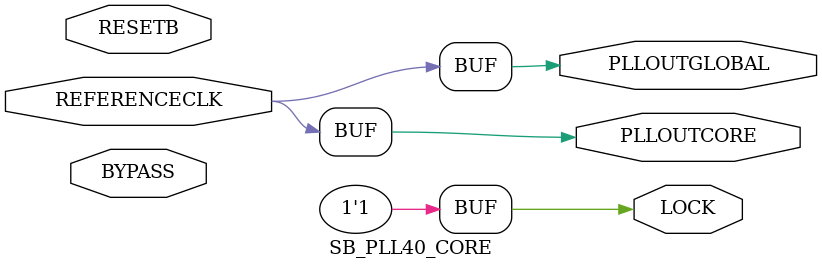
<source format=v>

module SB_HFOSC #(
    parameter CLKHF_DIV = "0b00"
)(
    output CLKHF,
    input  CLKHFEN,
    input  CLKHFPU
);
    reg clk = 0;
    always #5 clk = ~clk;   // simple simulation clock
    assign CLKHF = clk;
endmodule


// -------- PLL --------
module SB_PLL40_CORE #(
    parameter FEEDBACK_PATH = "SIMPLE",
    parameter PLLOUT_SELECT = "GENCLK",
    parameter DIVR = 0,
    parameter DIVF = 0,
    parameter DIVQ = 0,
    parameter FILTER_RANGE = 0
)(
    input  REFERENCECLK,
    input  RESETB,
    input  BYPASS,
    output PLLOUTCORE,
    output PLLOUTGLOBAL,
    output LOCK
);
    // For simulation, just forward the reference clock
    assign PLLOUTCORE   = REFERENCECLK;
    assign PLLOUTGLOBAL = REFERENCECLK;
    assign LOCK         = 1'b1;
endmodule


</source>
